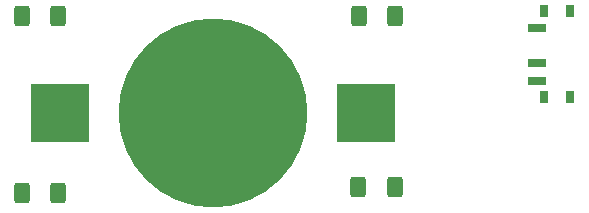
<source format=gbp>
%TF.GenerationSoftware,KiCad,Pcbnew,8.0.6*%
%TF.CreationDate,2024-11-25T21:33:12-05:00*%
%TF.ProjectId,mason-comet-ornament,6d61736f-6e2d-4636-9f6d-65742d6f726e,rev?*%
%TF.SameCoordinates,Original*%
%TF.FileFunction,Paste,Bot*%
%TF.FilePolarity,Positive*%
%FSLAX46Y46*%
G04 Gerber Fmt 4.6, Leading zero omitted, Abs format (unit mm)*
G04 Created by KiCad (PCBNEW 8.0.6) date 2024-11-25 21:33:12*
%MOMM*%
%LPD*%
G01*
G04 APERTURE LIST*
G04 Aperture macros list*
%AMRoundRect*
0 Rectangle with rounded corners*
0 $1 Rounding radius*
0 $2 $3 $4 $5 $6 $7 $8 $9 X,Y pos of 4 corners*
0 Add a 4 corners polygon primitive as box body*
4,1,4,$2,$3,$4,$5,$6,$7,$8,$9,$2,$3,0*
0 Add four circle primitives for the rounded corners*
1,1,$1+$1,$2,$3*
1,1,$1+$1,$4,$5*
1,1,$1+$1,$6,$7*
1,1,$1+$1,$8,$9*
0 Add four rect primitives between the rounded corners*
20,1,$1+$1,$2,$3,$4,$5,0*
20,1,$1+$1,$4,$5,$6,$7,0*
20,1,$1+$1,$6,$7,$8,$9,0*
20,1,$1+$1,$8,$9,$2,$3,0*%
G04 Aperture macros list end*
%ADD10RoundRect,0.250000X0.400000X0.625000X-0.400000X0.625000X-0.400000X-0.625000X0.400000X-0.625000X0*%
%ADD11RoundRect,0.250000X-0.400000X-0.625000X0.400000X-0.625000X0.400000X0.625000X-0.400000X0.625000X0*%
%ADD12R,5.000000X5.000000*%
%ADD13C,16.000000*%
%ADD14R,0.800000X1.000000*%
%ADD15R,1.500000X0.700000*%
G04 APERTURE END LIST*
D10*
%TO.C,R3*%
X60550000Y-55750000D03*
X57450000Y-55750000D03*
%TD*%
D11*
%TO.C,R4*%
X28937500Y-56250000D03*
X32037500Y-56250000D03*
%TD*%
%TO.C,R2*%
X28950000Y-41250000D03*
X32050000Y-41250000D03*
%TD*%
D10*
%TO.C,R1*%
X60562500Y-41250000D03*
X57462500Y-41250000D03*
%TD*%
D12*
%TO.C,BT1*%
X32145000Y-49500000D03*
X58045000Y-49500000D03*
D13*
X45095000Y-49500000D03*
%TD*%
D14*
%TO.C,SW1*%
X75400000Y-40850000D03*
X73190000Y-40850000D03*
X75400000Y-48150000D03*
X73190000Y-48150000D03*
D15*
X72540000Y-42250000D03*
X72540000Y-45250000D03*
X72540000Y-46750000D03*
%TD*%
M02*

</source>
